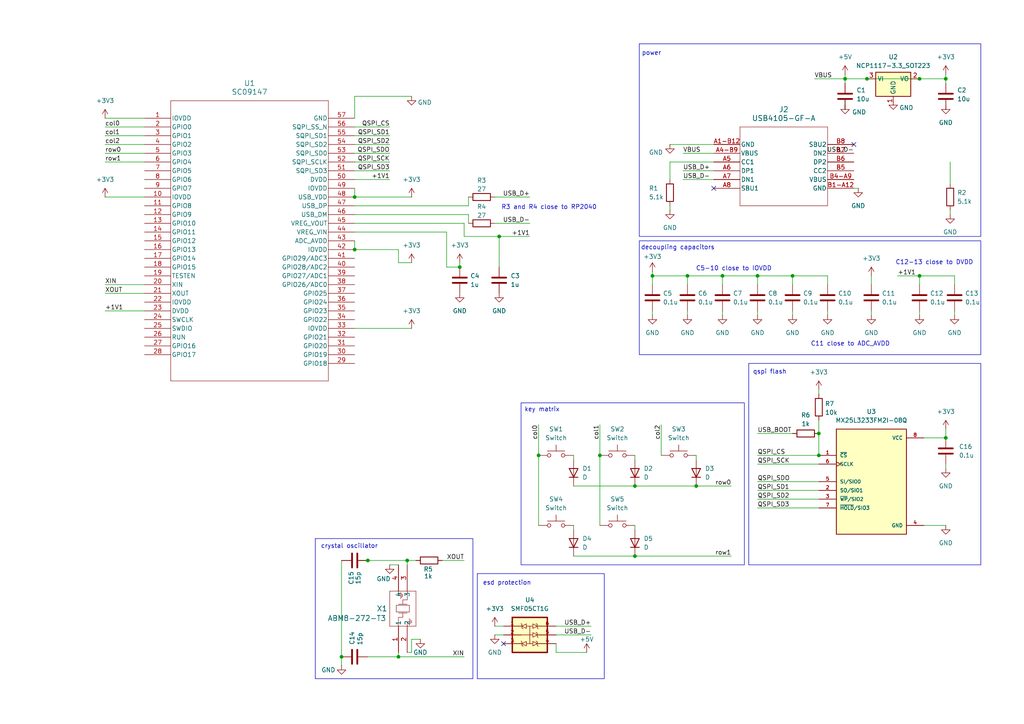
<source format=kicad_sch>
(kicad_sch (version 20250114) (generator "eeschema") (generator_version "9.0")
  (paper "A4")
  (lib_symbols
    (symbol "Device:C" (pin_numbers (hide yes)) (pin_names (offset 0.254))
      (property "Reference" "C" (at 0.635 2.54 0))
      (property "Value" "C" (at 0.635 -2.54 0))
      (symbol "C_0_1"
        (polyline (pts (xy -2.032 0.762) (xy 2.032 0.762)) (stroke (width 0.508)))
        (polyline (pts (xy -2.032 -0.762) (xy 2.032 -0.762)) (stroke (width 0.508)))
      )
      (symbol "C_1_1"
        (pin passive line (at 0 3.81 270) (length 2.794) (name "~") (number "1"))
        (pin passive line (at 0 -3.81 90) (length 2.794) (name "~") (number "2"))
      )
    )
    (symbol "Device:D" (pin_numbers (hide yes)) (pin_names (offset 1.016) (hide yes))
      (property "Reference" "D" (at 0 2.54 0))
      (property "Value" "D" (at 0 -2.54 0))
      (symbol "D_0_1"
        (polyline (pts (xy -1.27 1.27) (xy -1.27 -1.27)) (stroke (width 0.254)))
        (polyline (pts (xy 1.27 1.27) (xy 1.27 -1.27) (xy -1.27 0) (xy 1.27 1.27)) (stroke (width 0.254)))
        (polyline (pts (xy 1.27 0) (xy -1.27 0)))
      )
      (symbol "D_1_1"
        (pin passive line (at -3.81 0 0) (length 2.54) (name "K") (number "1"))
        (pin passive line (at 3.81 0 180) (length 2.54) (name "A") (number "2"))
      )
    )
    (symbol "Device:R" (pin_numbers (hide yes)) (pin_names (offset 0))
      (property "Reference" "R" (at 2.032 0 90))
      (property "Value" "R" (at 0 0 90))
      (symbol "R_0_1"
        (rectangle (start -1.016 -2.54) (end 1.016 2.54) (stroke (width 0.254)))
      )
      (symbol "R_1_1"
        (pin passive line (at 0 3.81 270) (length 1.27) (name "~") (number "1"))
        (pin passive line (at 0 -3.81 90) (length 1.27) (name "~") (number "2"))
      )
    )
    (symbol "Regulator_Linear:NCP1117-3.3_SOT223"
      (property "Reference" "U" (at -3.81 3.175 0))
      (property "Value" "NCP1117-3.3_SOT223" (at 0 3.175 0))
      (symbol "NCP1117-3.3_SOT223_0_1"
        (rectangle (start -5.08 -5.08) (end 5.08 1.905) (stroke (width 0.254)) (fill (type background)))
      )
      (symbol "NCP1117-3.3_SOT223_1_1"
        (pin power_in line (at -7.62 0 0) (length 2.54) (name "VI") (number "3"))
        (pin power_in line (at 0 -7.62 90) (length 2.54) (name "GND") (number "1"))
        (pin power_out line (at 7.62 0 180) (length 2.54) (name "VO") (number "2"))
      )
    )
    (symbol "keyboard_library:ABM8-272-T3" (pin_names (offset 0.254))
      (property "Reference" "X" (at 12.7 7.62 0))
      (property "Value" "ABM8-272-T3" (at 12.7 5.08 0))
      (symbol "ABM8-272-T3_0_1"
        (polyline (pts (xy 7.62 2.54) (xy 7.62 -5.08)) (stroke (width 0.127)))
        (polyline (pts (xy 7.62 -2.54) (xy 8.89 -2.54)) (stroke (width 0.127)))
        (polyline (pts (xy 7.62 -5.08) (xy 17.78 -5.08)) (stroke (width 0.127)))
        (polyline (pts (xy 7.9375 -3.175) (xy 9.8425 -3.175)) (stroke (width 0.127)))
        (polyline (pts (xy 8.255 -3.4925) (xy 9.525 -3.4925)) (stroke (width 0.127)))
        (polyline (pts (xy 8.5725 -3.81) (xy 9.2075 -3.81)) (stroke (width 0.127)))
        (polyline (pts (xy 8.89 -2.54) (xy 8.89 -3.175)) (stroke (width 0.127)))
        (polyline (pts (xy 10.16 0) (xy 7.62 0)) (stroke (width 0.127)))
        (polyline (pts (xy 10.16 -1.27) (xy 10.16 0)) (stroke (width 0.127)))
        (polyline (pts (xy 11.43 0) (xy 11.43 -2.54)) (stroke (width 0.127)))
        (polyline (pts (xy 11.43 -1.27) (xy 10.16 -1.27)) (stroke (width 0.127)))
        (polyline (pts (xy 11.7475 0.635) (xy 11.7475 -3.175)) (stroke (width 0.127)))
        (polyline (pts (xy 11.7475 -3.175) (xy 13.6525 -3.175)) (stroke (width 0.127)))
        (polyline (pts (xy 13.6525 0.635) (xy 11.7475 0.635)) (stroke (width 0.127)))
        (polyline (pts (xy 13.6525 -3.175) (xy 13.6525 0.635)) (stroke (width 0.127)))
        (polyline (pts (xy 13.97 0) (xy 13.97 -2.54)) (stroke (width 0.127)))
        (polyline (pts (xy 13.97 -1.27) (xy 15.24 -1.27)) (stroke (width 0.127)))
        (polyline (pts (xy 15.24 -1.27) (xy 15.24 -2.54)) (stroke (width 0.127)))
        (polyline (pts (xy 15.24 -2.54) (xy 17.78 -2.54)) (stroke (width 0.127)))
        (polyline (pts (xy 16.51 0) (xy 16.51 -0.635)) (stroke (width 0.127)))
        (polyline (pts (xy 16.8275 -1.27) (xy 16.1925 -1.27)) (stroke (width 0.127)))
        (polyline (pts (xy 17.145 -0.9525) (xy 15.875 -0.9525)) (stroke (width 0.127)))
        (polyline (pts (xy 17.4625 -0.635) (xy 15.5575 -0.635)) (stroke (width 0.127)))
        (polyline (pts (xy 17.78 2.54) (xy 7.62 2.54)) (stroke (width 0.127)))
        (polyline (pts (xy 17.78 0) (xy 16.51 0)) (stroke (width 0.127)))
        (polyline (pts (xy 17.78 -5.08) (xy 17.78 2.54)) (stroke (width 0.127)))
        (pin unspecified line (at 0 0 0) (length 7.62) (name "1") (number "1"))
        (pin unspecified line (at 0 -2.54 0) (length 7.62) (name "2") (number "2"))
        (pin unspecified line (at 25.4 0 180) (length 7.62) (name "4") (number "4"))
        (pin unspecified line (at 25.4 -2.54 180) (length 7.62) (name "3") (number "3"))
      )
    )
    (symbol "keyboard_library:MX25L3233FM2I-08Q" (pin_names (offset 1.016))
      (property "Reference" "U" (at -10.16 16.51 0))
      (property "Value" "MX25L3233FM2I-08Q" (at -10.16 -16.51 0))
      (symbol "MX25L3233FM2I-08Q_0_0"
        (rectangle (start -10.16 -15.24) (end 10.16 15.24) (stroke (width 0.254)) (fill (type background)))
        (pin input line (at -15.24 7.62 0) (length 5.08) (name "~{CS}") (number "1"))
        (pin input clock (at -15.24 5.08 0) (length 5.08) (name "SCLK") (number "6"))
        (pin bidirectional line (at -15.24 0 0) (length 5.08) (name "SI/SIO0") (number "5"))
        (pin bidirectional line (at -15.24 -2.54 0) (length 5.08) (name "SO/SIO1") (number "2"))
        (pin bidirectional line (at -15.24 -5.08 0) (length 5.08) (name "~{WP}/SIO2") (number "3"))
        (pin bidirectional line (at -15.24 -7.62 0) (length 5.08) (name "~{HOLD}/SIO3") (number "7"))
        (pin power_in line (at 15.24 12.7 180) (length 5.08) (name "VCC") (number "8"))
        (pin power_in line (at 15.24 -12.7 180) (length 5.08) (name "GND") (number "4"))
      )
    )
    (symbol "keyboard_library:SC09147" (pin_names (offset 0.254))
      (property "Reference" "U" (at 30.48 10.16 0))
      (property "Value" "SC09147" (at 30.48 7.62 0))
      (symbol "SC09147_0_1"
        (polyline (pts (xy 7.62 5.08) (xy 7.62 -76.2)) (stroke (width 0.127)))
        (polyline (pts (xy 7.62 -76.2) (xy 53.34 -76.2)) (stroke (width 0.127)))
        (polyline (pts (xy 53.34 5.08) (xy 7.62 5.08)) (stroke (width 0.127)))
        (polyline (pts (xy 53.34 -76.2) (xy 53.34 5.08)) (stroke (width 0.127)))
        (pin power_in line (at 0 0 0) (length 7.62) (name "IOVDD") (number "1"))
        (pin bidirectional line (at 0 -2.54 0) (length 7.62) (name "GPIO0") (number "2"))
        (pin bidirectional line (at 0 -5.08 0) (length 7.62) (name "GPIO1") (number "3"))
        (pin bidirectional line (at 0 -7.62 0) (length 7.62) (name "GPIO2") (number "4"))
        (pin bidirectional line (at 0 -10.16 0) (length 7.62) (name "GPIO3") (number "5"))
        (pin bidirectional line (at 0 -12.7 0) (length 7.62) (name "GPIO4") (number "6"))
        (pin bidirectional line (at 0 -15.24 0) (length 7.62) (name "GPIO5") (number "7"))
        (pin bidirectional line (at 0 -17.78 0) (length 7.62) (name "GPIO6") (number "8"))
        (pin bidirectional line (at 0 -20.32 0) (length 7.62) (name "GPIO7") (number "9"))
        (pin power_in line (at 0 -22.86 0) (length 7.62) (name "IOVDD") (number "10"))
        (pin bidirectional line (at 0 -25.4 0) (length 7.62) (name "GPIO8") (number "11"))
        (pin bidirectional line (at 0 -27.94 0) (length 7.62) (name "GPIO9") (number "12"))
        (pin bidirectional line (at 0 -30.48 0) (length 7.62) (name "GPIO10") (number "13"))
        (pin bidirectional line (at 0 -33.02 0) (length 7.62) (name "GPIO11") (number "14"))
        (pin bidirectional line (at 0 -35.56 0) (length 7.62) (name "GPIO12") (number "15"))
        (pin bidirectional line (at 0 -38.1 0) (length 7.62) (name "GPIO13") (number "16"))
        (pin bidirectional line (at 0 -40.64 0) (length 7.62) (name "GPIO14") (number "17"))
        (pin bidirectional line (at 0 -43.18 0) (length 7.62) (name "GPIO15") (number "18"))
        (pin input line (at 0 -45.72 0) (length 7.62) (name "TESTEN") (number "19"))
        (pin input line (at 0 -48.26 0) (length 7.62) (name "XIN") (number "20"))
        (pin output line (at 0 -50.8 0) (length 7.62) (name "XOUT") (number "21"))
        (pin power_in line (at 0 -53.34 0) (length 7.62) (name "IOVDD") (number "22"))
        (pin power_in line (at 0 -55.88 0) (length 7.62) (name "DVDD") (number "23"))
        (pin input line (at 0 -58.42 0) (length 7.62) (name "SWCLK") (number "24"))
        (pin bidirectional line (at 0 -60.96 0) (length 7.62) (name "SWDIO") (number "25"))
        (pin input line (at 0 -63.5 0) (length 7.62) (name "RUN") (number "26"))
        (pin bidirectional line (at 0 -66.04 0) (length 7.62) (name "GPIO16") (number "27"))
        (pin bidirectional line (at 0 -68.58 0) (length 7.62) (name "GPIO17") (number "28"))
        (pin power_out line (at 60.96 0 180) (length 7.62) (name "GND") (number "57"))
        (pin bidirectional line (at 60.96 -2.54 180) (length 7.62) (name "SQPI_SS_N") (number "56"))
        (pin bidirectional line (at 60.96 -5.08 180) (length 7.62) (name "SQPI_SD1") (number "55"))
        (pin bidirectional line (at 60.96 -7.62 180) (length 7.62) (name "SQPI_SD2") (number "54"))
        (pin bidirectional line (at 60.96 -10.16 180) (length 7.62) (name "SQPI_SD0") (number "53"))
        (pin bidirectional line (at 60.96 -12.7 180) (length 7.62) (name "SQPI_SCLK") (number "52"))
        (pin bidirectional line (at 60.96 -15.24 180) (length 7.62) (name "SQPI_SD3") (number "51"))
        (pin power_in line (at 60.96 -17.78 180) (length 7.62) (name "DVDD") (number "50"))
        (pin power_in line (at 60.96 -20.32 180) (length 7.62) (name "IOVDD") (number "49"))
        (pin power_in line (at 60.96 -22.86 180) (length 7.62) (name "USB_VDD") (number "48"))
        (pin bidirectional line (at 60.96 -25.4 180) (length 7.62) (name "USB_DP") (number "47"))
        (pin bidirectional line (at 60.96 -27.94 180) (length 7.62) (name "USB_DM") (number "46"))
        (pin power_in line (at 60.96 -30.48 180) (length 7.62) (name "VREG_VOUT") (number "45"))
        (pin power_in line (at 60.96 -33.02 180) (length 7.62) (name "VREG_VIN") (number "44"))
        (pin power_in line (at 60.96 -35.56 180) (length 7.62) (name "ADC_AVDD") (number "43"))
        (pin power_in line (at 60.96 -38.1 180) (length 7.62) (name "IOVDD") (number "42"))
        (pin bidirectional line (at 60.96 -40.64 180) (length 7.62) (name "GPIO29/ADC3") (number "41"))
        (pin bidirectional line (at 60.96 -43.18 180) (length 7.62) (name "GPIO28/ADC2") (number "40"))
        (pin bidirectional line (at 60.96 -45.72 180) (length 7.62) (name "GPIO27/ADC1") (number "39"))
        (pin bidirectional line (at 60.96 -48.26 180) (length 7.62) (name "GPIO26/ADC0") (number "38"))
        (pin bidirectional line (at 60.96 -50.8 180) (length 7.62) (name "GPIO25") (number "37"))
        (pin bidirectional line (at 60.96 -53.34 180) (length 7.62) (name "GPIO24") (number "36"))
        (pin bidirectional line (at 60.96 -55.88 180) (length 7.62) (name "GPIO23") (number "35"))
        (pin bidirectional line (at 60.96 -58.42 180) (length 7.62) (name "GPIO22") (number "34"))
        (pin power_in line (at 60.96 -60.96 180) (length 7.62) (name "IOVDD") (number "33"))
        (pin bidirectional line (at 60.96 -63.5 180) (length 7.62) (name "GPIO21") (number "32"))
        (pin bidirectional line (at 60.96 -66.04 180) (length 7.62) (name "GPIO20") (number "31"))
        (pin bidirectional line (at 60.96 -68.58 180) (length 7.62) (name "GPIO19") (number "30"))
        (pin bidirectional line (at 60.96 -71.12 180) (length 7.62) (name "GPIO18") (number "29"))
      )
    )
    (symbol "keyboard_library:SMF05CT1G" (pin_names (offset 1.016))
      (property "Reference" "U" (at -5.1114 6.0907 0))
      (property "Value" "SMF05CT1G" (at -5.1118 -9.0963 0))
      (symbol "SMF05CT1G_0_0"
        (rectangle (start -5.08 -5.08) (end 5.08 5.08) (stroke (width 0.41)) (fill (type background)))
        (polyline (pts (xy -2.54 3.302) (xy -2.286 3.048)) (stroke (width 0.1524)))
        (polyline (pts (xy -2.54 -1.778) (xy -2.286 -2.032)) (stroke (width 0.1524)))
        (polyline (pts (xy -2.286 3.048) (xy -2.286 2.54)) (stroke (width 0.1524)))
        (polyline (pts (xy -2.286 2.54) (xy -2.54 2.54)) (stroke (width 0.1524)))
        (polyline (pts (xy -2.286 2.54) (xy -2.286 2.032)) (stroke (width 0.1524)))
        (polyline (pts (xy -2.286 2.54) (xy -1.016 1.905)) (stroke (width 0.1524)))
        (polyline (pts (xy -2.286 2.032) (xy -1.905 1.778)) (stroke (width 0.1524)))
        (polyline (pts (xy -2.286 -2.032) (xy -2.286 -2.54)) (stroke (width 0.1524)))
        (polyline (pts (xy -2.286 -2.54) (xy -2.54 -2.54)) (stroke (width 0.1524)))
        (polyline (pts (xy -2.286 -2.54) (xy -2.286 -3.048)) (stroke (width 0.1524)))
        (polyline (pts (xy -2.286 -2.54) (xy -1.016 -3.175)) (stroke (width 0.1524)))
        (polyline (pts (xy -2.286 -3.048) (xy -1.905 -3.302)) (stroke (width 0.1524)))
        (polyline (pts (xy -1.016 3.175) (xy -2.286 2.54)) (stroke (width 0.1524)))
        (polyline (pts (xy -1.016 2.54) (xy -1.016 3.175)) (stroke (width 0.1524)))
        (polyline (pts (xy -1.016 2.54) (xy 0 2.54)) (stroke (width 0.1524)))
        (polyline (pts (xy -1.016 1.905) (xy -1.016 2.54)) (stroke (width 0.1524)))
        (polyline (pts (xy -1.016 -1.905) (xy -2.286 -2.54)) (stroke (width 0.1524)))
        (polyline (pts (xy -1.016 -2.54) (xy -1.016 -1.905)) (stroke (width 0.1524)))
        (polyline (pts (xy -1.016 -2.54) (xy 0 -2.54)) (stroke (width 0.1524)))
        (polyline (pts (xy -1.016 -3.175) (xy -1.016 -2.54)) (stroke (width 0.1524)))
        (polyline (pts (xy 0 2.54) (xy 0 0)) (stroke (width 0.1524)))
        (polyline (pts (xy 0 2.54) (xy 0.762 2.54)) (stroke (width 0.1524)))
        (polyline (pts (xy 0 0) (xy -2.54 0)) (stroke (width 0.1524)))
        (polyline (pts (xy 0 0) (xy 0 -2.54)) (stroke (width 0.1524)))
        (polyline (pts (xy 0 -2.54) (xy 0.762 -2.54)) (stroke (width 0.1524)))
        (polyline (pts (xy 0.762 0) (xy 0 0)) (stroke (width 0.1524)))
        (polyline (pts (xy 0.889 3.175) (xy 0.889 1.905)) (stroke (width 0.1524)))
        (polyline (pts (xy 0.889 1.905) (xy 2.159 2.54)) (stroke (width 0.1524)))
        (polyline (pts (xy 0.889 0.635) (xy 0.889 -0.635)) (stroke (width 0.1524)))
        (polyline (pts (xy 0.889 -0.635) (xy 2.159 0)) (stroke (width 0.1524)))
        (polyline (pts (xy 0.889 -1.905) (xy 0.889 -3.175)) (stroke (width 0.1524)))
        (polyline (pts (xy 0.889 -3.175) (xy 2.159 -2.54)) (stroke (width 0.1524)))
        (polyline (pts (xy 2.032 2.54) (xy 2.54 2.54)) (stroke (width 0.1524)))
        (polyline (pts (xy 2.032 -2.54) (xy 2.54 -2.54)) (stroke (width 0.1524)))
        (polyline (pts (xy 2.159 3.048) (xy 1.778 3.302)) (stroke (width 0.1524)))
        (polyline (pts (xy 2.159 2.54) (xy 0.889 3.175)) (stroke (width 0.1524)))
        (polyline (pts (xy 2.159 2.032) (xy 2.159 3.048)) (stroke (width 0.1524)))
        (polyline (pts (xy 2.159 0.508) (xy 1.778 0.762)) (stroke (width 0.1524)))
        (polyline (pts (xy 2.159 0) (xy 0.889 0.635)) (stroke (width 0.1524)))
        (polyline (pts (xy 2.159 -0.508) (xy 2.159 0.508)) (stroke (width 0.1524)))
        (polyline (pts (xy 2.159 -2.032) (xy 1.778 -1.778)) (stroke (width 0.1524)))
        (polyline (pts (xy 2.159 -2.54) (xy 0.889 -1.905)) (stroke (width 0.1524)))
        (polyline (pts (xy 2.159 -3.048) (xy 2.159 -2.032)) (stroke (width 0.1524)))
        (polyline (pts (xy 2.286 0) (xy 2.54 0)) (stroke (width 0.1524)))
        (polyline (pts (xy 2.413 1.778) (xy 2.159 2.032)) (stroke (width 0.1524)))
        (polyline (pts (xy 2.413 -0.762) (xy 2.159 -0.508)) (stroke (width 0.1524)))
        (polyline (pts (xy 2.413 -3.302) (xy 2.159 -3.048)) (stroke (width 0.1524)))
        (pin passive line (at -7.62 2.54 0) (length 5.08) (name "~") (number "1"))
        (pin passive line (at -7.62 0 0) (length 5.08) (name "~") (number "2"))
        (pin passive line (at -7.62 -2.54 0) (length 5.08) (name "~") (number "3"))
        (pin passive line (at 7.62 2.54 180) (length 5.08) (name "~") (number "6"))
        (pin passive line (at 7.62 0 180) (length 5.08) (name "~") (number "5"))
        (pin passive line (at 7.62 -2.54 180) (length 5.08) (name "~") (number "4"))
      )
    )
    (symbol "keyboard_library:USB4105-GF-A" (pin_names (offset 0.254))
      (property "Reference" "J" (at 20.32 10.16 0))
      (property "Value" "USB4105-GF-A" (at 20.32 7.62 0))
      (symbol "USB4105-GF-A_0_1"
        (polyline (pts (xy 7.62 5.08) (xy 7.62 -17.78)) (stroke (width 0.127)))
        (polyline (pts (xy 7.62 -17.78) (xy 33.02 -17.78)) (stroke (width 0.127)))
        (polyline (pts (xy 33.02 5.08) (xy 7.62 5.08)) (stroke (width 0.127)))
        (polyline (pts (xy 33.02 -17.78) (xy 33.02 5.08)) (stroke (width 0.127)))
        (pin power_out line (at 0 0 0) (length 7.62) (name "GND") (number "A1-B12"))
        (pin power_in line (at 0 -2.54 0) (length 7.62) (name "VBUS") (number "A4-B9"))
        (pin bidirectional line (at 0 -5.08 0) (length 7.62) (name "CC1") (number "A5"))
        (pin bidirectional line (at 0 -7.62 0) (length 7.62) (name "DP1") (number "A6"))
        (pin bidirectional line (at 0 -10.16 0) (length 7.62) (name "DN1") (number "A7"))
        (pin bidirectional line (at 0 -12.7 0) (length 7.62) (name "SBU1") (number "A8"))
        (pin bidirectional line (at 40.64 0 180) (length 7.62) (name "SBU2") (number "B8"))
        (pin bidirectional line (at 40.64 -2.54 180) (length 7.62) (name "DN2") (number "B7"))
        (pin bidirectional line (at 40.64 -5.08 180) (length 7.62) (name "DP2") (number "B6"))
        (pin bidirectional line (at 40.64 -7.62 180) (length 7.62) (name "CC2") (number "B5"))
        (pin power_in line (at 40.64 -10.16 180) (length 7.62) (name "VBUS") (number "B4-A9"))
        (pin power_out line (at 40.64 -12.7 180) (length 7.62) (name "GND") (number "B1-A12"))
      )
    )
    (symbol "power:+3V3" (power) (pin_numbers (hide yes)) (pin_names (offset 0) (hide yes))
      (property "Value" "+3V3" (at 0 3.556 0))
      (symbol "+3V3_0_1"
        (polyline (pts (xy -0.762 1.27) (xy 0 2.54)))
        (polyline (pts (xy 0 2.54) (xy 0.762 1.27)))
        (polyline (pts (xy 0 0) (xy 0 2.54)))
      )
      (symbol "+3V3_1_1"
        (pin power_in line (at 0 0 90) (length 0) (name "~") (number "1"))
      )
    )
    (symbol "power:+5V" (power) (pin_numbers (hide yes)) (pin_names (offset 0) (hide yes))
      (property "Value" "+5V" (at 0 3.556 0))
      (symbol "+5V_0_1"
        (polyline (pts (xy -0.762 1.27) (xy 0 2.54)))
        (polyline (pts (xy 0 2.54) (xy 0.762 1.27)))
        (polyline (pts (xy 0 0) (xy 0 2.54)))
      )
      (symbol "+5V_1_1"
        (pin power_in line (at 0 0 90) (length 0) (name "~") (number "1"))
      )
    )
    (symbol "power:GND" (power) (pin_numbers (hide yes)) (pin_names (offset 0) (hide yes))
      (property "Value" "GND" (at 0 -3.81 0))
      (symbol "GND_0_1"
        (polyline (pts (xy 0 0) (xy 0 -1.27) (xy 1.27 -1.27) (xy 0 -2.54) (xy -1.27 -1.27) (xy 0 -1.27)))
      )
      (symbol "GND_1_1"
        (pin power_in line (at 0 0 270) (length 0) (name "~") (number "1"))
      )
    )
    (symbol "tut_keyboard_library:Placeholder_Switch" (pin_numbers (hide yes)) (pin_names (offset 1.016) (hide yes))
      (property "Reference" "SW" (at 1.27 2.54 0))
      (property "Value" "Switch" (at 0 -1.524 0))
      (symbol "Placeholder_Switch_0_1"
        (circle (center -2.032 0) (radius 0.508))
        (polyline (pts (xy 0 1.27) (xy 0 3.048)))
        (circle (center 2.032 0) (radius 0.508))
        (polyline (pts (xy 2.54 1.27) (xy -2.54 1.27)))
        (pin passive line (at -5.08 0 0) (length 2.54) (name "1") (number "1"))
        (pin passive line (at 5.08 0 180) (length 2.54) (name "2") (number "2"))
      )
    )
  )
  (rectangle (start 151.13 116.84) (end 215.9 163.83))
  (rectangle (start 185.42 69.85) (end 284.48 102.87))
  (rectangle (start 185.42 12.7) (end 284.48 68.58))
  (rectangle (start 91.44 156.21) (end 137.16 196.85))
  (rectangle (start 138.43 166.37) (end 175.26 196.85))
  (rectangle (start 217.17 105.41) (end 284.48 163.83))
  (text "R3 and R4 close to RP2040" (at 159.258 60.198 0) (effects (font (size 1.27 1.27))))
  (text "crystal oscillator" (at 101.346 158.496 0) (effects (font (size 1.27 1.27))))
  (text "esd protection" (at 147.066 169.164 0) (effects (font (size 1.27 1.27))))
  (text "power" (at 188.976 15.494 0) (effects (font (size 1.27 1.27))))
  (text "key matrix" (at 157.226 118.872 0) (effects (font (size 1.27 1.27))))
  (text "qspi flash" (at 223.266 107.95 0) (effects (font (size 1.27 1.27))))
  (text "C5-10 close to IOVDD" (at 212.852 77.978 0) (effects (font (size 1.27 1.27))))
  (text "decoupling capacitors" (at 196.596 71.882 0) (effects (font (size 1.27 1.27))))
  (text "C12-13 close to DVDD" (at 271.018 76.2 0) (effects (font (size 1.27 1.27))))
  (text "C11 close to ADC_AVDD" (at 246.634 99.822 0) (effects (font (size 1.27 1.27))))
  (junction (at 99.06 190.5))
  (junction (at 266.7 80.01))
  (junction (at 184.15 140.97))
  (junction (at 274.32 22.86))
  (junction (at 133.35 77.47))
  (junction (at 106.68 162.56))
  (junction (at 115.57 190.5))
  (junction (at 245.11 22.86))
  (junction (at 229.87 80.01))
  (junction (at 251.46 22.86))
  (junction (at 156.21 132.08))
  (junction (at 237.49 125.73))
  (junction (at 173.99 132.08))
  (junction (at 199.39 80.01))
  (junction (at 209.55 80.01))
  (junction (at 201.93 140.97))
  (junction (at 274.32 127))
  (junction (at 118.11 162.56))
  (junction (at 266.7 22.86))
  (junction (at 102.87 57.15))
  (junction (at 237.49 132.08))
  (junction (at 102.87 72.39))
  (junction (at 219.71 80.01))
  (junction (at 144.78 68.58))
  (junction (at 184.15 161.29))
  (junction (at 189.23 80.01))
  (no_connect (at 247.65 41.91))
  (no_connect (at 207.01 54.61))
  (no_connect (at 146.05 186.69))
  (wire (pts (xy 251.46 22.86) (xy 245.11 22.86)))
  (wire (pts (xy 219.71 132.08) (xy 237.49 132.08)))
  (wire (pts (xy 113.03 163.83) (xy 115.57 163.83)))
  (wire (pts (xy 189.23 78.74) (xy 189.23 80.01)))
  (wire (pts (xy 194.31 60.96) (xy 194.31 59.69)))
  (wire (pts (xy 104.14 162.56) (xy 106.68 162.56)))
  (wire (pts (xy 247.65 54.61) (xy 248.92 54.61)))
  (wire (pts (xy 194.31 46.99) (xy 194.31 52.07)))
  (wire (pts (xy 115.57 72.39) (xy 102.87 72.39)))
  (wire (pts (xy 102.87 69.85) (xy 102.87 72.39)))
  (wire (pts (xy 119.38 185.42) (xy 121.92 185.42)))
  (wire (pts (xy 219.71 142.24) (xy 237.49 142.24)))
  (wire (pts (xy 113.03 46.99) (xy 102.87 46.99)))
  (wire (pts (xy 113.03 52.07) (xy 102.87 52.07)))
  (wire (pts (xy 171.45 181.61) (xy 161.29 181.61)))
  (wire (pts (xy 144.78 68.58) (xy 144.78 77.47)))
  (wire (pts (xy 113.03 36.83) (xy 102.87 36.83)))
  (wire (pts (xy 275.59 46.99) (xy 275.59 53.34)))
  (wire (pts (xy 135.89 62.23) (xy 135.89 64.77)))
  (wire (pts (xy 166.37 152.4) (xy 166.37 153.67)))
  (wire (pts (xy 198.12 52.07) (xy 207.01 52.07)))
  (wire (pts (xy 30.48 44.45) (xy 41.91 44.45)))
  (wire (pts (xy 229.87 80.01) (xy 229.87 82.55)))
  (wire (pts (xy 240.03 90.17) (xy 240.03 91.44)))
  (wire (pts (xy 30.48 57.15) (xy 41.91 57.15)))
  (wire (pts (xy 102.87 67.31) (xy 129.54 67.31)))
  (wire (pts (xy 266.7 80.01) (xy 266.7 82.55)))
  (wire (pts (xy 219.71 144.78) (xy 237.49 144.78)))
  (wire (pts (xy 274.32 21.59) (xy 274.32 22.86)))
  (wire (pts (xy 184.15 140.97) (xy 201.93 140.97)))
  (wire (pts (xy 102.87 64.77) (xy 134.62 64.77)))
  (wire (pts (xy 194.31 41.91) (xy 207.01 41.91)))
  (wire (pts (xy 134.62 64.77) (xy 134.62 68.58)))
  (wire (pts (xy 245.11 30.48) (xy 245.11 31.75)))
  (wire (pts (xy 156.21 132.08) (xy 156.21 152.4)))
  (wire (pts (xy 266.7 91.44) (xy 266.7 90.17)))
  (wire (pts (xy 236.22 22.86) (xy 245.11 22.86)))
  (wire (pts (xy 144.78 68.58) (xy 153.67 68.58)))
  (wire (pts (xy 166.37 161.29) (xy 184.15 161.29)))
  (wire (pts (xy 119.38 27.94) (xy 102.87 27.94)))
  (wire (pts (xy 199.39 90.17) (xy 199.39 91.44)))
  (wire (pts (xy 266.7 22.86) (xy 274.32 22.86)))
  (wire (pts (xy 118.11 162.56) (xy 118.11 163.83)))
  (wire (pts (xy 219.71 80.01) (xy 219.71 82.55)))
  (wire (pts (xy 229.87 90.17) (xy 229.87 91.44)))
  (wire (pts (xy 274.32 152.4) (xy 267.97 152.4)))
  (wire (pts (xy 30.48 82.55) (xy 41.91 82.55)))
  (wire (pts (xy 267.97 127) (xy 274.32 127)))
  (wire (pts (xy 113.03 41.91) (xy 102.87 41.91)))
  (wire (pts (xy 189.23 91.44) (xy 189.23 90.17)))
  (wire (pts (xy 209.55 90.17) (xy 209.55 91.44)))
  (wire (pts (xy 128.27 162.56) (xy 134.62 162.56)))
  (wire (pts (xy 252.73 80.01) (xy 252.73 82.55)))
  (wire (pts (xy 275.59 62.23) (xy 275.59 60.96)))
  (wire (pts (xy 189.23 80.01) (xy 189.23 82.55)))
  (wire (pts (xy 245.11 21.59) (xy 245.11 22.86)))
  (wire (pts (xy 276.86 80.01) (xy 276.86 82.55)))
  (wire (pts (xy 184.15 161.29) (xy 212.09 161.29)))
  (wire (pts (xy 30.48 36.83) (xy 41.91 36.83)))
  (wire (pts (xy 119.38 185.42) (xy 119.38 189.23)))
  (wire (pts (xy 115.57 190.5) (xy 115.57 189.23)))
  (wire (pts (xy 106.68 162.56) (xy 118.11 162.56)))
  (wire (pts (xy 113.03 39.37) (xy 102.87 39.37)))
  (wire (pts (xy 102.87 59.69) (xy 135.89 59.69)))
  (wire (pts (xy 207.01 46.99) (xy 194.31 46.99)))
  (wire (pts (xy 276.86 90.17) (xy 276.86 91.44)))
  (wire (pts (xy 237.49 121.92) (xy 237.49 125.73)))
  (wire (pts (xy 30.48 46.99) (xy 41.91 46.99)))
  (wire (pts (xy 161.29 186.69) (xy 161.29 189.23)))
  (wire (pts (xy 30.48 34.29) (xy 41.91 34.29)))
  (wire (pts (xy 113.03 44.45) (xy 102.87 44.45)))
  (wire (pts (xy 259.08 29.21) (xy 259.08 30.48)))
  (wire (pts (xy 237.49 113.03) (xy 237.49 114.3)))
  (wire (pts (xy 119.38 76.2) (xy 115.57 76.2)))
  (wire (pts (xy 266.7 80.01) (xy 276.86 80.01)))
  (wire (pts (xy 209.55 80.01) (xy 219.71 80.01)))
  (wire (pts (xy 102.87 54.61) (xy 102.87 57.15)))
  (wire (pts (xy 161.29 184.15) (xy 171.45 184.15)))
  (wire (pts (xy 173.99 132.08) (xy 173.99 152.4)))
  (wire (pts (xy 173.99 123.19) (xy 173.99 132.08)))
  (wire (pts (xy 102.87 27.94) (xy 102.87 34.29)))
  (wire (pts (xy 274.32 30.48) (xy 274.32 31.75)))
  (wire (pts (xy 229.87 80.01) (xy 240.03 80.01)))
  (wire (pts (xy 161.29 189.23) (xy 170.18 189.23)))
  (wire (pts (xy 143.51 181.61) (xy 146.05 181.61)))
  (wire (pts (xy 219.71 147.32) (xy 237.49 147.32)))
  (wire (pts (xy 119.38 57.15) (xy 102.87 57.15)))
  (wire (pts (xy 274.32 124.46) (xy 274.32 127)))
  (wire (pts (xy 135.89 59.69) (xy 135.89 57.15)))
  (wire (pts (xy 30.48 85.09) (xy 41.91 85.09)))
  (wire (pts (xy 184.15 132.08) (xy 184.15 133.35)))
  (wire (pts (xy 30.48 39.37) (xy 41.91 39.37)))
  (wire (pts (xy 184.15 152.4) (xy 184.15 153.67)))
  (wire (pts (xy 209.55 80.01) (xy 209.55 82.55)))
  (wire (pts (xy 252.73 90.17) (xy 252.73 91.44)))
  (wire (pts (xy 201.93 132.08) (xy 201.93 133.35)))
  (wire (pts (xy 153.67 57.15) (xy 143.51 57.15)))
  (wire (pts (xy 219.71 125.73) (xy 229.87 125.73)))
  (wire (pts (xy 153.67 64.77) (xy 143.51 64.77)))
  (wire (pts (xy 119.38 189.23) (xy 118.11 189.23)))
  (wire (pts (xy 134.62 190.5) (xy 115.57 190.5)))
  (wire (pts (xy 212.09 140.97) (xy 201.93 140.97)))
  (wire (pts (xy 30.48 41.91) (xy 41.91 41.91)))
  (wire (pts (xy 102.87 62.23) (xy 135.89 62.23)))
  (wire (pts (xy 99.06 162.56) (xy 99.06 190.5)))
  (wire (pts (xy 166.37 140.97) (xy 184.15 140.97)))
  (wire (pts (xy 199.39 80.01) (xy 199.39 82.55)))
  (wire (pts (xy 274.32 24.13) (xy 274.32 22.86)))
  (wire (pts (xy 134.62 68.58) (xy 144.78 68.58)))
  (wire (pts (xy 30.48 90.17) (xy 41.91 90.17)))
  (wire (pts (xy 115.57 76.2) (xy 115.57 72.39)))
  (wire (pts (xy 99.06 190.5) (xy 99.06 193.04)))
  (wire (pts (xy 260.35 80.01) (xy 266.7 80.01)))
  (wire (pts (xy 119.38 95.25) (xy 102.87 95.25)))
  (wire (pts (xy 240.03 80.01) (xy 240.03 82.55)))
  (wire (pts (xy 191.77 123.19) (xy 191.77 132.08)))
  (wire (pts (xy 133.35 76.2) (xy 133.35 77.47)))
  (wire (pts (xy 143.51 184.15) (xy 146.05 184.15)))
  (wire (pts (xy 129.54 77.47) (xy 133.35 77.47)))
  (wire (pts (xy 237.49 125.73) (xy 237.49 132.08)))
  (wire (pts (xy 245.11 24.13) (xy 245.11 22.86)))
  (wire (pts (xy 198.12 44.45) (xy 207.01 44.45)))
  (wire (pts (xy 118.11 162.56) (xy 120.65 162.56)))
  (wire (pts (xy 166.37 132.08) (xy 166.37 133.35)))
  (wire (pts (xy 251.46 22.86) (xy 266.7 22.86)))
  (wire (pts (xy 189.23 80.01) (xy 199.39 80.01)))
  (wire (pts (xy 156.21 123.19) (xy 156.21 132.08)))
  (wire (pts (xy 199.39 80.01) (xy 209.55 80.01)))
  (wire (pts (xy 219.71 134.62) (xy 237.49 134.62)))
  (wire (pts (xy 113.03 49.53) (xy 102.87 49.53)))
  (wire (pts (xy 198.12 49.53) (xy 207.01 49.53)))
  (wire (pts (xy 106.68 190.5) (xy 115.57 190.5)))
  (wire (pts (xy 219.71 80.01) (xy 229.87 80.01)))
  (wire (pts (xy 219.71 139.7) (xy 237.49 139.7)))
  (wire (pts (xy 219.71 90.17) (xy 219.71 91.44)))
  (wire (pts (xy 129.54 67.31) (xy 129.54 77.47)))
  (wire (pts (xy 274.32 135.89) (xy 274.32 134.62)))
  (label "XIN" (at 134.62 190.5 180))
  (label "row0" (at 30.48 44.45 0))
  (label "col1" (at 173.99 123.19 270))
  (label "XOUT" (at 30.48 85.09 0))
  (label "USB_D+" (at 198.12 49.53 0))
  (label "QSPI_SD3" (at 113.03 49.53 180))
  (label "+1V1" (at 30.48 90.17 0))
  (label "QSPI_SD1" (at 113.03 39.37 180))
  (label "+1V1" (at 260.35 80.01 0))
  (label "QSPI_SD3" (at 219.71 147.32 0))
  (label "USB_D+" (at 171.45 181.61 180))
  (label "QSPI_SCK" (at 219.71 134.62 0))
  (label "QSPI_CS" (at 113.03 36.83 180))
  (label "QSPI_SD2" (at 219.71 144.78 0))
  (label "+1V1" (at 113.03 52.07 180))
  (label "USB_D-" (at 171.45 184.15 180))
  (label "QSPI_SCK" (at 113.03 46.99 180))
  (label "QSPI_CS" (at 219.71 132.08 0))
  (label "VBUS" (at 236.22 22.86 0))
  (label "col2" (at 191.77 123.19 270))
  (label "QSPI_SD2" (at 113.03 41.91 180))
  (label "XOUT" (at 134.62 162.56 180))
  (label "col1" (at 30.48 39.37 0))
  (label "USB_D-" (at 198.12 52.07 0))
  (label "XIN" (at 30.48 82.55 0))
  (label "USB_D-" (at 153.67 64.77 180))
  (label "QSPI_SDO" (at 219.71 139.7 0))
  (label "row1" (at 212.09 161.29 180))
  (label "row1" (at 30.48 46.99 0))
  (label "USB_D+" (at 153.67 57.15 180))
  (label "+1V1" (at 153.67 68.58 180))
  (label "col2" (at 30.48 41.91 0))
  (label "row0" (at 212.09 140.97 180))
  (label "col0" (at 30.48 36.83 0))
  (label "USB_BOOT" (at 219.71 125.73 0))
  (label "col0" (at 156.21 123.19 270))
  (label "QSPI_SDO" (at 113.03 44.45 180))
  (label "VBUS" (at 198.12 44.45 0))
  (label "QSPI_SD1" (at 219.71 142.24 0))
  (label "USB_D-" (at 247.65 44.45 180))
  (symbol (lib_id "power:GND") (at 229.87 91.44 0) (unit 1)
    (property "Reference" "#PWR023" (effects (hide yes)))
    (property "Value" "GND" (at 229.87 96.52 0))
    (property "Description" "Power symbol creates a global label with name \"GND\" , ground" (effects (hide yes)))
  )
  (symbol (lib_id "power:GND") (at 248.92 54.61 0) (unit 1)
    (property "Reference" "#PWR01" (effects (hide yes)))
    (property "Value" "GND" (at 248.92 59.69 0))
    (property "Description" "Power symbol creates a global label with name \"GND\" , ground" (effects (hide yes)))
  )
  (symbol (lib_id "power:+3V3") (at 119.38 95.25 0) (unit 1)
    (property "Reference" "#PWR017" (effects (hide yes)))
    (property "Value" "+3V3" (at 119.38 90.17 0))
    (property "Description" "Power symbol creates a global label with name \"+3V3\"" (effects (hide yes)))
  )
  (symbol (lib_id "power:GND") (at 274.32 135.89 0) (unit 1)
    (property "Reference" "#PWR033" (effects (hide yes)))
    (property "Value" "GND" (at 274.32 140.97 0))
    (property "Description" "Power symbol creates a global label with name \"GND\" , ground" (effects (hide yes)))
  )
  (symbol (lib_id "power:GND") (at 275.59 62.23 0) (unit 1)
    (property "Reference" "#PWR07" (effects (hide yes)))
    (property "Value" "GND" (at 275.59 67.31 0))
    (property "Description" "Power symbol creates a global label with name \"GND\" , ground" (effects (hide yes)))
  )
  (symbol (lib_id "Device:C") (at 252.73 86.36 0) (unit 1)
    (property "Reference" "C11" (at 255.778 85.09 0) (effects (justify left)))
    (property "Value" "0.1u" (at 255.778 87.63 0) (effects (justify left)))
    (property "Footprint" "Capacitor_SMD:C_0201_0603Metric" (effects (hide yes)))
    (property "Description" "Unpolarized capacitor" (effects (hide yes)))
  )
  (symbol (lib_id "keyboard_library:MX25L3233FM2I-08Q") (at 252.73 139.7 0) (unit 1)
    (property "Reference" "U3" (at 252.73 119.38 0))
    (property "Value" "MX25L3233FM2I-08Q" (at 252.73 121.92 0))
    (property "Footprint" "keyboard_footprint:MX25L3233FM2I-08Q" (effects (hide yes)))
  )
  (symbol (lib_id "power:GND") (at 219.71 91.44 0) (unit 1)
    (property "Reference" "#PWR022" (effects (hide yes)))
    (property "Value" "GND" (at 219.71 96.52 0))
    (property "Description" "Power symbol creates a global label with name \"GND\" , ground" (effects (hide yes)))
  )
  (symbol (lib_id "tut_keyboard_library:Placeholder_Switch") (at 161.29 132.08 0) (unit 1)
    (property "Reference" "SW1" (at 161.29 124.46 0))
    (property "Value" "Switch" (at 161.29 127 0))
    (property "Footprint" "Button_Switch_SMD:SW_SPST_TL3342" (effects (hide yes)))
    (property "Description" "Push button switch, generic, two pins" (effects (hide yes)))
  )
  (symbol (lib_id "Device:C") (at 102.87 190.5 270) (unit 1)
    (property "Reference" "C14" (at 102.108 183.134 0) (effects (justify left)))
    (property "Value" "15p" (at 104.394 183.388 0) (effects (justify left)))
    (property "Footprint" "Capacitor_SMD:C_0201_0603Metric" (effects (hide yes)))
    (property "Description" "Unpolarized capacitor" (effects (hide yes)))
  )
  (symbol (lib_id "Device:R") (at 124.46 162.56 270) (unit 1)
    (property "Reference" "R5" (at 124.206 165.1 90))
    (property "Value" "1k" (at 124.206 167.132 90))
    (property "Footprint" "Resistor_SMD:R_0201_0603Metric" (effects (hide yes)))
    (property "Description" "Resistor" (effects (hide yes)))
  )
  (symbol (lib_id "Device:R") (at 194.31 55.88 180) (unit 1)
    (property "Reference" "R1" (at 188.214 54.61 0) (effects (justify right)))
    (property "Value" "5.1k" (at 188.214 57.15 0) (effects (justify right)))
    (property "Footprint" "Resistor_SMD:R_0201_0603Metric" (effects (hide yes)))
    (property "Description" "Resistor" (effects (hide yes)))
  )
  (symbol (lib_id "power:GND") (at 144.78 85.09 0) (unit 1)
    (property "Reference" "#PWR014" (effects (hide yes)))
    (property "Value" "GND" (at 144.78 90.17 0))
    (property "Description" "Power symbol creates a global label with name \"GND\" , ground" (effects (hide yes)))
  )
  (symbol (lib_id "power:GND") (at 143.51 184.15 0) (unit 1)
    (property "Reference" "#PWR037" (effects (hide yes)))
    (property "Value" "GND" (at 143.51 189.23 0))
    (property "Description" "Power symbol creates a global label with name \"GND\" , ground" (effects (hide yes)))
  )
  (symbol (lib_id "power:GND") (at 252.73 91.44 0) (unit 1)
    (property "Reference" "#PWR025" (effects (hide yes)))
    (property "Value" "GND" (at 252.73 96.52 0))
    (property "Description" "Power symbol creates a global label with name \"GND\" , ground" (effects (hide yes)))
  )
  (symbol (lib_id "power:GND") (at 189.23 91.44 0) (unit 1)
    (property "Reference" "#PWR019" (effects (hide yes)))
    (property "Value" "GND" (at 189.23 96.52 0))
    (property "Description" "Power symbol creates a global label with name \"GND\" , ground" (effects (hide yes)))
  )
  (symbol (lib_id "power:+3V3") (at 237.49 113.03 0) (unit 1)
    (property "Reference" "#PWR035" (effects (hide yes)))
    (property "Value" "+3V3" (at 237.49 107.95 0))
    (property "Description" "Power symbol creates a global label with name \"+3V3\"" (effects (hide yes)))
  )
  (symbol (lib_id "tut_keyboard_library:Placeholder_Switch") (at 196.85 132.08 0) (unit 1)
    (property "Reference" "SW3" (at 196.85 124.46 0))
    (property "Value" "Switch" (at 196.85 127 0))
    (property "Footprint" "Button_Switch_SMD:SW_SPST_TL3342" (effects (hide yes)))
    (property "Description" "Push button switch, generic, two pins" (effects (hide yes)))
  )
  (symbol (lib_id "Device:C") (at 102.87 162.56 90) (unit 1)
    (property "Reference" "C15" (at 101.854 167.64 0))
    (property "Value" "15p" (at 103.886 167.64 0))
    (property "Footprint" "Capacitor_SMD:C_0201_0603Metric" (effects (hide yes)))
    (property "Description" "Unpolarized capacitor" (effects (hide yes)))
  )
  (symbol (lib_id "power:GND") (at 209.55 91.44 0) (unit 1)
    (property "Reference" "#PWR021" (effects (hide yes)))
    (property "Value" "GND" (at 209.55 96.52 0))
    (property "Description" "Power symbol creates a global label with name \"GND\" , ground" (effects (hide yes)))
  )
  (symbol (lib_id "Device:C") (at 199.39 86.36 0) (unit 1)
    (property "Reference" "C6" (at 202.438 85.09 0) (effects (justify left)))
    (property "Value" "0.1u" (at 202.438 87.63 0) (effects (justify left)))
    (property "Footprint" "Capacitor_SMD:C_0201_0603Metric" (effects (hide yes)))
    (property "Description" "Unpolarized capacitor" (effects (hide yes)))
  )
  (symbol (lib_id "Device:C") (at 240.03 86.36 0) (unit 1)
    (property "Reference" "C10" (at 243.078 85.09 0) (effects (justify left)))
    (property "Value" "0.1u" (at 243.078 87.63 0) (effects (justify left)))
    (property "Footprint" "Capacitor_SMD:C_0201_0603Metric" (effects (hide yes)))
    (property "Description" "Unpolarized capacitor" (effects (hide yes)))
  )
  (symbol (lib_id "Device:R") (at 275.59 57.15 180) (unit 1)
    (property "Reference" "R2" (at 277.622 55.88 0) (effects (justify right)))
    (property "Value" "5.1k" (at 277.622 58.42 0) (effects (justify right)))
    (property "Footprint" "Resistor_SMD:R_0201_0603Metric" (effects (hide yes)))
    (property "Description" "Resistor" (effects (hide yes)))
  )
  (symbol (lib_id "Device:C") (at 274.32 130.81 0) (unit 1)
    (property "Reference" "C16" (at 278.13 129.5399 0) (effects (justify left)))
    (property "Value" "0.1u" (at 278.13 132.0799 0) (effects (justify left)))
    (property "Footprint" "Capacitor_SMD:C_0201_0603Metric" (effects (hide yes)))
    (property "Description" "Unpolarized capacitor" (effects (hide yes)))
  )
  (symbol (lib_id "Device:C") (at 245.11 27.94 0) (unit 1)
    (property "Reference" "C1" (at 248.412 26.162 0) (effects (justify left)))
    (property "Value" "10u" (at 248.412 28.702 0) (effects (justify left)))
    (property "Footprint" "Capacitor_SMD:C_0201_0603Metric" (effects (hide yes)))
    (property "Description" "Unpolarized capacitor" (effects (hide yes)))
  )
  (symbol (lib_id "power:GND") (at 274.32 152.4 0) (unit 1)
    (property "Reference" "#PWR032" (effects (hide yes)))
    (property "Value" "GND" (at 274.32 157.48 0))
    (property "Description" "Power symbol creates a global label with name \"GND\" , ground" (effects (hide yes)))
  )
  (symbol (lib_id "power:+3V3") (at 119.38 57.15 0) (unit 1)
    (property "Reference" "#PWR012" (effects (hide yes)))
    (property "Value" "+3V3" (at 119.38 52.07 0))
    (property "Description" "Power symbol creates a global label with name \"+3V3\"" (effects (hide yes)))
  )
  (symbol (lib_id "power:+3V3") (at 133.35 76.2 0) (unit 1)
    (property "Reference" "#PWR016" (effects (hide yes)))
    (property "Value" "+3V3" (at 133.35 71.12 0))
    (property "Description" "Power symbol creates a global label with name \"+3V3\"" (effects (hide yes)))
  )
  (symbol (lib_id "power:GND") (at 199.39 91.44 0) (unit 1)
    (property "Reference" "#PWR020" (effects (hide yes)))
    (property "Value" "GND" (at 199.39 96.52 0))
    (property "Description" "Power symbol creates a global label with name \"GND\" , ground" (effects (hide yes)))
  )
  (symbol (lib_id "power:GND") (at 133.35 85.09 0) (unit 1)
    (property "Reference" "#PWR015" (effects (hide yes)))
    (property "Value" "GND" (at 133.35 90.17 0))
    (property "Description" "Power symbol creates a global label with name \"GND\" , ground" (effects (hide yes)))
  )
  (symbol (lib_id "power:GND") (at 99.06 193.04 0) (unit 1)
    (property "Reference" "#PWR031" (effects (hide yes)))
    (property "Value" "GND" (at 95.25 194.31 0))
    (property "Description" "Power symbol creates a global label with name \"GND\" , ground" (effects (hide yes)))
  )
  (symbol (lib_id "Device:C") (at 229.87 86.36 0) (unit 1)
    (property "Reference" "C9" (at 232.918 85.09 0) (effects (justify left)))
    (property "Value" "0.1u" (at 232.918 87.63 0) (effects (justify left)))
    (property "Footprint" "Capacitor_SMD:C_0201_0603Metric" (effects (hide yes)))
    (property "Description" "Unpolarized capacitor" (effects (hide yes)))
  )
  (symbol (lib_id "Device:D") (at 166.37 137.16 90) (unit 1)
    (property "Reference" "D1" (at 168.91 135.8899 90) (effects (justify right)))
    (property "Value" "D" (at 168.91 138.4299 90) (effects (justify right)))
    (property "Footprint" "Diode_SMD:D_0201_0603Metric" (effects (hide yes)))
    (property "Description" "Diode" (effects (hide yes)))
    (property "Sim.Device" "D" (effects (hide yes)))
    (property "Sim.Pins" "1=K 2=A" (effects (hide yes)))
  )
  (symbol (lib_id "Device:C") (at 274.32 27.94 0) (unit 1)
    (property "Reference" "C2" (at 277.622 26.162 0) (effects (justify left)))
    (property "Value" "10u" (at 277.622 28.702 0) (effects (justify left)))
    (property "Footprint" "Capacitor_SMD:C_0201_0603Metric" (effects (hide yes)))
    (property "Description" "Unpolarized capacitor" (effects (hide yes)))
  )
  (symbol (lib_id "power:GND") (at 259.08 29.21 0) (unit 1)
    (property "Reference" "#PWR03" (effects (hide yes)))
    (property "Value" "GND" (at 262.89 31.242 0))
    (property "Description" "Power symbol creates a global label with name \"GND\" , ground" (effects (hide yes)))
  )
  (symbol (lib_id "tut_keyboard_library:Placeholder_Switch") (at 179.07 132.08 0) (unit 1)
    (property "Reference" "SW2" (at 179.07 124.46 0))
    (property "Value" "Switch" (at 179.07 127 0))
    (property "Footprint" "Button_Switch_SMD:SW_SPST_TL3342" (effects (hide yes)))
    (property "Description" "Push button switch, generic, two pins" (effects (hide yes)))
  )
  (symbol (lib_id "keyboard_library:USB4105-GF-A") (at 207.01 41.91 0) (unit 1)
    (property "Reference" "J2" (at 227.33 31.75 0) (effects (font (size 1.524 1.524))))
    (property "Value" "USB4105-GF-A" (at 227.33 34.29 0) (effects (font (size 1.524 1.524))))
  )
  (symbol (lib_id "keyboard_library:SMF05CT1G") (at 153.67 184.15 0) (unit 1)
    (property "Reference" "U4" (at 153.67 173.99 0))
    (property "Value" "SMF05CT1G" (at 153.67 176.53 0))
    (property "Footprint" "keyboard_footprint:SOT65P210X110-6N" (effects (hide yes)))
  )
  (symbol (lib_id "Device:R") (at 139.7 57.15 90) (unit 1)
    (property "Reference" "R3" (at 139.7 52.324 90))
    (property "Value" "27" (at 139.7 54.864 90))
    (property "Footprint" "Resistor_SMD:R_0201_0603Metric" (effects (hide yes)))
    (property "Description" "Resistor" (effects (hide yes)))
  )
  (symbol (lib_id "power:+3V3") (at 30.48 57.15 0) (unit 1)
    (property "Reference" "#PWR011" (effects (hide yes)))
    (property "Value" "+3V3" (at 30.48 52.07 0))
    (property "Description" "Power symbol creates a global label with name \"+3V3\"" (effects (hide yes)))
  )
  (symbol (lib_id "keyboard_library:ABM8-272-T3") (at 115.57 189.23 90) (unit 1)
    (property "Reference" "X1" (at 109.22 176.53 90) (effects (font (size 1.524 1.524)) (justify right)))
    (property "Value" "ABM8-272-T3" (at 94.996 179.324 90) (effects (font (size 1.524 1.524)) (justify right)))
    (property "Footprint" "keyboard_footprint:XTAL_ABM8-272-T3" (effects (hide yes)))
  )
  (symbol (lib_id "Device:C") (at 133.35 81.28 0) (unit 1)
    (property "Reference" "C4" (at 136.398 80.01 0) (effects (justify left)))
    (property "Value" "1u" (at 136.398 82.55 0) (effects (justify left)))
    (property "Footprint" "Capacitor_SMD:C_0201_0603Metric" (effects (hide yes)))
    (property "Description" "Unpolarized capacitor" (effects (hide yes)))
  )
  (symbol (lib_id "Device:R") (at 237.49 118.11 0) (unit 1)
    (property "Reference" "R7" (at 239.268 117.094 0) (effects (justify left)))
    (property "Value" "10k" (at 239.268 119.634 0) (effects (justify left)))
    (property "Footprint" "Resistor_SMD:R_0201_0603Metric" (effects (hide yes)))
    (property "Description" "Resistor" (effects (hide yes)))
  )
  (symbol (lib_id "power:GND") (at 194.31 41.91 0) (unit 1)
    (property "Reference" "#PWR039" (effects (hide yes)))
    (property "Value" "GND" (at 190.246 44.196 0))
    (property "Description" "Power symbol creates a global label with name \"GND\" , ground" (effects (hide yes)))
  )
  (symbol (lib_id "Device:C") (at 276.86 86.36 0) (unit 1)
    (property "Reference" "C13" (at 279.908 85.09 0) (effects (justify left)))
    (property "Value" "0.1u" (at 279.908 87.63 0) (effects (justify left)))
    (property "Footprint" "Capacitor_SMD:C_0201_0603Metric" (effects (hide yes)))
    (property "Description" "Unpolarized capacitor" (effects (hide yes)))
  )
  (symbol (lib_id "Device:R") (at 139.7 64.77 90) (unit 1)
    (property "Reference" "R4" (at 139.7 59.944 90))
    (property "Value" "27" (at 139.7 62.484 90))
    (property "Footprint" "Resistor_SMD:R_0201_0603Metric" (effects (hide yes)))
    (property "Description" "Resistor" (effects (hide yes)))
  )
  (symbol (lib_id "Device:D") (at 201.93 137.16 90) (unit 1)
    (property "Reference" "D3" (at 204.47 135.8899 90) (effects (justify right)))
    (property "Value" "D" (at 204.47 138.4299 90) (effects (justify right)))
    (property "Footprint" "Diode_SMD:D_0201_0603Metric" (effects (hide yes)))
    (property "Description" "Diode" (effects (hide yes)))
    (property "Sim.Device" "D" (effects (hide yes)))
    (property "Sim.Pins" "1=K 2=A" (effects (hide yes)))
  )
  (symbol (lib_id "power:+3V3") (at 30.48 34.29 0) (unit 1)
    (property "Reference" "#PWR010" (effects (hide yes)))
    (property "Value" "+3V3" (at 30.48 29.21 0))
    (property "Description" "Power symbol creates a global label with name \"+3V3\"" (effects (hide yes)))
  )
  (symbol (lib_id "power:GND") (at 245.11 30.48 0) (unit 1)
    (property "Reference" "#PWR02" (effects (hide yes)))
    (property "Value" "GND" (at 249.174 32.512 0))
    (property "Description" "Power symbol creates a global label with name \"GND\" , ground" (effects (hide yes)))
  )
  (symbol (lib_id "power:+5V") (at 245.11 21.59 0) (unit 1)
    (property "Reference" "#PWR06" (effects (hide yes)))
    (property "Value" "+5V" (at 245.11 16.51 0))
    (property "Description" "Power symbol creates a global label with name \"+5V\"" (effects (hide yes)))
  )
  (symbol (lib_id "power:GND") (at 119.38 27.94 0) (unit 1)
    (property "Reference" "#PWR09" (effects (hide yes)))
    (property "Value" "GND" (at 123.19 29.718 0))
    (property "Description" "Power symbol creates a global label with name \"GND\" , ground" (effects (hide yes)))
  )
  (symbol (lib_id "Regulator_Linear:NCP1117-3.3_SOT223") (at 259.08 22.86 0) (unit 1)
    (property "Reference" "U2" (at 259.08 16.51 0))
    (property "Value" "NCP1117-3.3_SOT223" (at 259.08 19.05 0))
    (property "Footprint" "Package_TO_SOT_SMD:SOT-223-3_TabPin2" (effects (hide yes)))
    (property "Datasheet" "http://www.onsemi.com/pub_link/Collateral/NCP1117-D.PDF" (effects (hide yes)))
    (property "Description" "1A Low drop-out regulator, Fixed Output 3.3V, SOT-223" (effects (hide yes)))
  )
  (symbol (lib_id "power:GND") (at 276.86 91.44 0) (unit 1)
    (property "Reference" "#PWR029" (effects (hide yes)))
    (property "Value" "GND" (at 276.86 96.52 0))
    (property "Description" "Power symbol creates a global label with name \"GND\" , ground" (effects (hide yes)))
  )
  (symbol (lib_id "tut_keyboard_library:Placeholder_Switch") (at 161.29 152.4 0) (unit 1)
    (property "Reference" "SW4" (at 161.29 144.78 0))
    (property "Value" "Switch" (at 161.29 147.32 0))
    (property "Footprint" "Button_Switch_SMD:SW_SPST_TL3342" (effects (hide yes)))
    (property "Description" "Push button switch, generic, two pins" (effects (hide yes)))
  )
  (symbol (lib_id "power:+5V") (at 170.18 189.23 0) (unit 1)
    (property "Reference" "#PWR038" (effects (hide yes)))
    (property "Value" "+5V" (at 170.18 185.42 0))
    (property "Description" "Power symbol creates a global label with name \"+5V\"" (effects (hide yes)))
  )
  (symbol (lib_id "power:+3V3") (at 119.38 76.2 0) (unit 1)
    (property "Reference" "#PWR013" (effects (hide yes)))
    (property "Value" "+3V3" (at 119.38 71.12 0))
    (property "Description" "Power symbol creates a global label with name \"+3V3\"" (effects (hide yes)))
  )
  (symbol (lib_id "power:GND") (at 274.32 30.48 0) (unit 1)
    (property "Reference" "#PWR04" (effects (hide yes)))
    (property "Value" "GND" (at 274.32 35.56 0))
    (property "Description" "Power symbol creates a global label with name \"GND\" , ground" (effects (hide yes)))
  )
  (symbol (lib_id "power:+3V3") (at 143.51 181.61 0) (unit 1)
    (property "Reference" "#PWR036" (effects (hide yes)))
    (property "Value" "+3V3" (at 143.51 176.53 0))
    (property "Description" "Power symbol creates a global label with name \"+3V3\"" (effects (hide yes)))
  )
  (symbol (lib_id "power:+3V3") (at 189.23 78.74 0) (unit 1)
    (property "Reference" "#PWR018" (effects (hide yes)))
    (property "Value" "+3V3" (at 189.23 74.422 0))
    (property "Description" "Power symbol creates a global label with name \"+3V3\"" (effects (hide yes)))
  )
  (symbol (lib_id "power:GND") (at 266.7 91.44 0) (unit 1)
    (property "Reference" "#PWR028" (effects (hide yes)))
    (property "Value" "GND" (at 266.7 96.52 0))
    (property "Description" "Power symbol creates a global label with name \"GND\" , ground" (effects (hide yes)))
  )
  (symbol (lib_id "power:GND") (at 113.03 163.83 0) (unit 1)
    (property "Reference" "#PWR027" (effects (hide yes)))
    (property "Value" "GND" (at 111.252 167.894 0))
    (property "Description" "Power symbol creates a global label with name \"GND\" , ground" (effects (hide yes)))
  )
  (symbol (lib_id "Device:D") (at 166.37 157.48 90) (unit 1)
    (property "Reference" "D4" (at 168.91 156.2099 90) (effects (justify right)))
    (property "Value" "D" (at 168.91 158.7499 90) (effects (justify right)))
    (property "Footprint" "Diode_SMD:D_0201_0603Metric" (effects (hide yes)))
    (property "Description" "Diode" (effects (hide yes)))
    (property "Sim.Device" "D" (effects (hide yes)))
    (property "Sim.Pins" "1=K 2=A" (effects (hide yes)))
  )
  (symbol (lib_id "power:+3V3") (at 252.73 80.01 0) (unit 1)
    (property "Reference" "#PWR026" (effects (hide yes)))
    (property "Value" "+3V3" (at 252.73 74.93 0))
    (property "Description" "Power symbol creates a global label with name \"+3V3\"" (effects (hide yes)))
  )
  (symbol (lib_id "Device:C") (at 209.55 86.36 0) (unit 1)
    (property "Reference" "C7" (at 212.598 85.09 0) (effects (justify left)))
    (property "Value" "0.1u" (at 212.598 87.63 0) (effects (justify left)))
    (property "Footprint" "Capacitor_SMD:C_0201_0603Metric" (effects (hide yes)))
    (property "Description" "Unpolarized capacitor" (effects (hide yes)))
  )
  (symbol (lib_id "power:GND") (at 240.03 91.44 0) (unit 1)
    (property "Reference" "#PWR024" (effects (hide yes)))
    (property "Value" "GND" (at 240.03 96.52 0))
    (property "Description" "Power symbol creates a global label with name \"GND\" , ground" (effects (hide yes)))
  )
  (symbol (lib_id "keyboard_library:SC09147") (at 41.91 34.29 0) (unit 1)
    (property "Reference" "U1" (at 72.39 24.13 0) (effects (font (size 1.524 1.524))))
    (property "Value" "SC09147" (at 72.39 26.67 0) (effects (font (size 1.524 1.524))))
    (property "Footprint" "keyboard_footprint:SC09147_QFN56_7X7_RPI" (effects (hide yes)))
    (property "Datasheet" "SC09147" (effects (hide yes)))
  )
  (symbol (lib_id "Device:C") (at 189.23 86.36 0) (unit 1)
    (property "Reference" "C5" (at 192.278 85.09 0) (effects (justify left)))
    (property "Value" "0.1u" (at 192.278 87.63 0) (effects (justify left)))
    (property "Footprint" "Capacitor_SMD:C_0201_0603Metric" (effects (hide yes)))
    (property "Description" "Unpolarized capacitor" (effects (hide yes)))
  )
  (symbol (lib_id "Device:C") (at 266.7 86.36 0) (unit 1)
    (property "Reference" "C12" (at 269.748 85.09 0) (effects (justify left)))
    (property "Value" "0.1u" (at 269.748 87.63 0) (effects (justify left)))
    (property "Footprint" "Capacitor_SMD:C_0201_0603Metric" (effects (hide yes)))
    (property "Description" "Unpolarized capacitor" (effects (hide yes)))
  )
  (symbol (lib_id "Device:R") (at 233.68 125.73 270) (unit 1)
    (property "Reference" "R6" (at 233.68 120.396 90))
    (property "Value" "1k" (at 233.68 122.936 90))
    (property "Footprint" "Resistor_SMD:R_0201_0603Metric" (effects (hide yes)))
    (property "Description" "Resistor" (effects (hide yes)))
  )
  (symbol (lib_id "tut_keyboard_library:Placeholder_Switch") (at 179.07 152.4 0) (unit 1)
    (property "Reference" "SW5" (at 179.07 144.78 0))
    (property "Value" "Switch" (at 179.07 147.32 0))
    (property "Footprint" "Button_Switch_SMD:SW_SPST_TL3342" (effects (hide yes)))
    (property "Description" "Push button switch, generic, two pins" (effects (hide yes)))
  )
  (symbol (lib_id "Device:D") (at 184.15 157.48 90) (unit 1)
    (property "Reference" "D5" (at 186.69 156.2099 90) (effects (justify right)))
    (property "Value" "D" (at 186.69 158.7499 90) (effects (justify right)))
    (property "Footprint" "Diode_SMD:D_0201_0603Metric" (effects (hide yes)))
    (property "Description" "Diode" (effects (hide yes)))
    (property "Sim.Device" "D" (effects (hide yes)))
    (property "Sim.Pins" "1=K 2=A" (effects (hide yes)))
  )
  (symbol (lib_id "power:+3V3") (at 274.32 21.59 0) (unit 1)
    (property "Reference" "#PWR05" (effects (hide yes)))
    (property "Value" "+3V3" (at 274.32 16.51 0))
    (property "Description" "Power symbol creates a global label with name \"+3V3\"" (effects (hide yes)))
  )
  (symbol (lib_id "power:GND") (at 121.92 185.42 0) (unit 1)
    (property "Reference" "#PWR030" (effects (hide yes)))
    (property "Value" "GND" (at 121.92 189.23 0))
    (property "Description" "Power symbol creates a global label with name \"GND\" , ground" (effects (hide yes)))
  )
  (symbol (lib_id "power:GND") (at 194.31 60.96 0) (unit 1)
    (property "Reference" "#PWR08" (effects (hide yes)))
    (property "Value" "GND" (at 194.31 66.04 0))
    (property "Description" "Power symbol creates a global label with name \"GND\" , ground" (effects (hide yes)))
  )
  (symbol (lib_id "Device:D") (at 184.15 137.16 90) (unit 1)
    (property "Reference" "D2" (at 186.69 135.8899 90) (effects (justify right)))
    (property "Value" "D" (at 186.69 138.4299 90) (effects (justify right)))
    (property "Footprint" "Diode_SMD:D_0201_0603Metric" (effects (hide yes)))
    (property "Description" "Diode" (effects (hide yes)))
    (property "Sim.Device" "D" (effects (hide yes)))
    (property "Sim.Pins" "1=K 2=A" (effects (hide yes)))
  )
  (symbol (lib_id "Device:C") (at 219.71 86.36 0) (unit 1)
    (property "Reference" "C8" (at 222.758 85.09 0) (effects (justify left)))
    (property "Value" "0.1u" (at 222.758 87.63 0) (effects (justify left)))
    (property "Footprint" "Capacitor_SMD:C_0201_0603Metric" (effects (hide yes)))
    (property "Description" "Unpolarized capacitor" (effects (hide yes)))
  )
  (symbol (lib_id "Device:C") (at 144.78 81.28 0) (unit 1)
    (property "Reference" "C3" (at 148.082 80.01 0) (effects (justify left)))
    (property "Value" "1u" (at 148.082 82.55 0) (effects (justify left)))
    (property "Footprint" "Capacitor_SMD:C_0201_0603Metric" (effects (hide yes)))
    (property "Description" "Unpolarized capacitor" (effects (hide yes)))
  )
  (symbol (lib_id "power:+3V3") (at 274.32 124.46 0) (unit 1)
    (property "Reference" "#PWR034" (effects (hide yes)))
    (property "Value" "+3V3" (at 274.32 119.38 0))
    (property "Description" "Power symbol creates a global label with name \"+3V3\"" (effects (hide yes)))
  )
)
</source>
